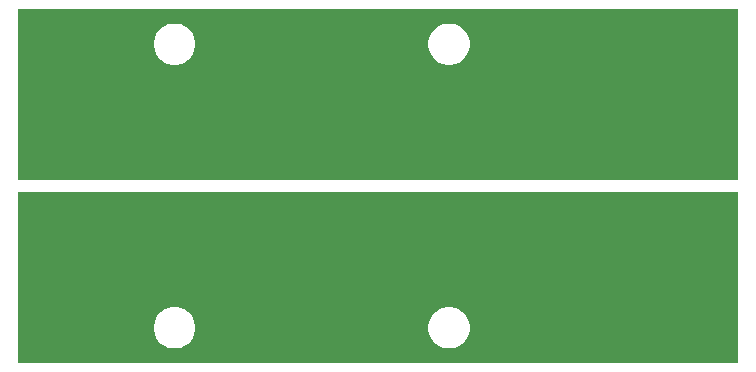
<source format=gbr>
%TF.GenerationSoftware,Altium Limited,Altium Designer,23.7.1 (13)*%
G04 Layer_Physical_Order=2*
G04 Layer_Color=16711680*
%FSLAX45Y45*%
%MOMM*%
%TF.SameCoordinates,30466DDA-3D0C-41F1-AC50-7AA24E5CAA7F*%
%TF.FilePolarity,Positive*%
%TF.FileFunction,Copper,L2,Bot,Signal*%
%TF.Part,Single*%
G01*
G75*
%TA.AperFunction,Conductor*%
%ADD10C,1.50000*%
%TA.AperFunction,ComponentPad*%
%ADD11R,5.50000X5.50000*%
%ADD12C,2.00000*%
%TA.AperFunction,ViaPad*%
%ADD13C,1.27000*%
G36*
X6100000Y0D02*
X0D01*
Y1450000D01*
X6100000D01*
Y0D01*
D02*
G37*
G36*
Y1550000D02*
X0D01*
Y3000000D01*
X6100000D01*
Y1550000D01*
D02*
G37*
%LPC*%
G36*
X3667275Y475400D02*
X3632725D01*
X3598838Y468659D01*
X3566917Y455437D01*
X3538189Y436242D01*
X3513758Y411811D01*
X3494563Y383083D01*
X3481341Y351162D01*
X3474600Y317275D01*
Y282725D01*
X3481341Y248838D01*
X3494563Y216917D01*
X3513758Y188189D01*
X3538189Y163758D01*
X3566917Y144563D01*
X3598838Y131341D01*
X3632725Y124600D01*
X3667275D01*
X3701162Y131341D01*
X3733083Y144563D01*
X3761811Y163758D01*
X3786242Y188189D01*
X3805437Y216917D01*
X3818659Y248838D01*
X3825400Y282725D01*
Y317275D01*
X3818659Y351162D01*
X3805437Y383083D01*
X3786242Y411811D01*
X3761811Y436242D01*
X3733083Y455437D01*
X3701162Y468659D01*
X3667275Y475400D01*
D02*
G37*
G36*
X1342275D02*
X1307725D01*
X1273838Y468659D01*
X1241917Y455437D01*
X1213189Y436242D01*
X1188758Y411811D01*
X1169563Y383083D01*
X1156341Y351162D01*
X1149600Y317275D01*
Y282725D01*
X1156341Y248838D01*
X1169563Y216917D01*
X1188758Y188189D01*
X1213189Y163758D01*
X1241917Y144563D01*
X1273838Y131341D01*
X1307725Y124600D01*
X1342275D01*
X1376162Y131341D01*
X1408083Y144563D01*
X1436811Y163758D01*
X1461242Y188189D01*
X1480437Y216917D01*
X1493659Y248838D01*
X1500400Y282725D01*
Y317275D01*
X1493659Y351162D01*
X1480437Y383083D01*
X1461242Y411811D01*
X1436811Y436242D01*
X1408083Y455437D01*
X1376162Y468659D01*
X1342275Y475400D01*
D02*
G37*
G36*
X3667275Y2875400D02*
X3632725D01*
X3598838Y2868659D01*
X3566917Y2855437D01*
X3538189Y2836242D01*
X3513758Y2811811D01*
X3494563Y2783083D01*
X3481341Y2751162D01*
X3474600Y2717275D01*
Y2682725D01*
X3481341Y2648838D01*
X3494563Y2616917D01*
X3513758Y2588189D01*
X3538189Y2563758D01*
X3566917Y2544563D01*
X3598838Y2531341D01*
X3632725Y2524600D01*
X3667275D01*
X3701162Y2531341D01*
X3733083Y2544563D01*
X3761811Y2563758D01*
X3786242Y2588189D01*
X3805437Y2616917D01*
X3818659Y2648838D01*
X3825400Y2682725D01*
Y2717275D01*
X3818659Y2751162D01*
X3805437Y2783083D01*
X3786242Y2811811D01*
X3761811Y2836242D01*
X3733083Y2855437D01*
X3701162Y2868659D01*
X3667275Y2875400D01*
D02*
G37*
G36*
X1342275D02*
X1307725D01*
X1273838Y2868659D01*
X1241917Y2855437D01*
X1213189Y2836242D01*
X1188758Y2811811D01*
X1169563Y2783083D01*
X1156341Y2751162D01*
X1149600Y2717275D01*
Y2682725D01*
X1156341Y2648838D01*
X1169563Y2616917D01*
X1188758Y2588189D01*
X1213189Y2563758D01*
X1241917Y2544563D01*
X1273838Y2531341D01*
X1307725Y2524600D01*
X1342275D01*
X1376162Y2531341D01*
X1408083Y2544563D01*
X1436811Y2563758D01*
X1461242Y2588189D01*
X1480437Y2616917D01*
X1493659Y2648838D01*
X1500400Y2682725D01*
Y2717275D01*
X1493659Y2751162D01*
X1480437Y2783083D01*
X1461242Y2811811D01*
X1436811Y2836242D01*
X1408083Y2855437D01*
X1376162Y2868659D01*
X1342275Y2875400D01*
D02*
G37*
%LPD*%
D10*
X2500000Y1750000D02*
X4100000D01*
X1300000D02*
X2500000D01*
X4100000D02*
X4280000D01*
X4100000Y1250000D02*
X4290000D01*
X1325000D02*
X2525000D01*
X3650000D01*
X4280000Y1750000D02*
X4390000Y1860000D01*
X5400000D01*
X4400000Y1140000D02*
X5400000D01*
X4290000Y1250000D02*
X4400000Y1140000D01*
X3650000Y1250000D02*
X4100000D01*
D11*
X5401170Y1140000D02*
D03*
Y1860000D02*
D03*
D12*
X500000Y1750000D02*
D03*
Y1250000D02*
D03*
X4100000Y1750000D02*
D03*
Y1250000D02*
D03*
X2300000Y1750000D02*
D03*
Y1250000D02*
D03*
D13*
X5900000Y2750000D02*
D03*
X5750000Y2450000D02*
D03*
X5900000Y2150000D02*
D03*
X5750000Y1850000D02*
D03*
X5600000Y2750000D02*
D03*
X5450000Y2450000D02*
D03*
X5600000Y2150000D02*
D03*
X5450000Y1850000D02*
D03*
X5300000Y2750000D02*
D03*
X5150000Y2450000D02*
D03*
X5300000Y2150000D02*
D03*
X5150000Y1850000D02*
D03*
X5000000Y2750000D02*
D03*
X4850000Y2450000D02*
D03*
X5000000Y2150000D02*
D03*
X4850000Y1850000D02*
D03*
X4700000Y2750000D02*
D03*
X4550000Y2450000D02*
D03*
X4700000Y2150000D02*
D03*
X4550000Y1850000D02*
D03*
X4400000Y2750000D02*
D03*
X4250000Y2450000D02*
D03*
X4400000Y2150000D02*
D03*
X4250000Y1850000D02*
D03*
X4100000Y2750000D02*
D03*
X3950000Y2450000D02*
D03*
X4100000Y2150000D02*
D03*
X3950000Y1850000D02*
D03*
X3650001Y2450000D02*
D03*
X3800001Y2150000D02*
D03*
X3650001Y1850000D02*
D03*
X3350001Y2450000D02*
D03*
X3500001Y2150000D02*
D03*
X3350001Y1850000D02*
D03*
X3200001Y2750000D02*
D03*
X3050001Y2450000D02*
D03*
X3200001Y2150000D02*
D03*
X3050001Y1850000D02*
D03*
X2900001Y2750000D02*
D03*
X2750001Y2450000D02*
D03*
X2900001Y2150000D02*
D03*
X2750001Y1850000D02*
D03*
X2600001Y2750000D02*
D03*
X2450001Y2450000D02*
D03*
X2600001Y2150000D02*
D03*
X2450001Y1850000D02*
D03*
X2300001Y2750000D02*
D03*
X2150001Y2450000D02*
D03*
X2300001Y2150000D02*
D03*
X2150001Y1850000D02*
D03*
X2000001Y2750000D02*
D03*
X1850001Y2450000D02*
D03*
X2000001Y2150000D02*
D03*
X1850001Y1850000D02*
D03*
X1700001Y2750000D02*
D03*
X1550001Y2450000D02*
D03*
X1700001Y2150000D02*
D03*
X1550001Y1850000D02*
D03*
X1250001Y2450000D02*
D03*
X1400001Y2150000D02*
D03*
X1250001Y1850000D02*
D03*
X950001Y2450000D02*
D03*
X1100001Y2150000D02*
D03*
X950001Y1850000D02*
D03*
X800001Y2750000D02*
D03*
X650001Y2450000D02*
D03*
X800001Y2150000D02*
D03*
X650001Y1850000D02*
D03*
X500002Y2750000D02*
D03*
X350002Y2450000D02*
D03*
X500002Y2150000D02*
D03*
X350002Y1850000D02*
D03*
X200002Y2750000D02*
D03*
Y2150000D02*
D03*
X5749999Y1175000D02*
D03*
X5899999Y875000D02*
D03*
X5749999Y575000D02*
D03*
X5899999Y275000D02*
D03*
X5450000Y1175000D02*
D03*
X5599999Y875000D02*
D03*
X5450000Y575000D02*
D03*
X5599999Y275000D02*
D03*
X5150000Y1175000D02*
D03*
X5300000Y875000D02*
D03*
X5150000Y575000D02*
D03*
X5300000Y275000D02*
D03*
X4850000Y1175000D02*
D03*
X5000000Y875000D02*
D03*
X4850000Y575000D02*
D03*
X5000000Y275000D02*
D03*
X4550000Y1175000D02*
D03*
X4700000Y875000D02*
D03*
X4550000Y575000D02*
D03*
X4700000Y275000D02*
D03*
X4250000Y1175000D02*
D03*
X4400000Y875000D02*
D03*
X4250000Y575000D02*
D03*
X4400000Y275000D02*
D03*
X3950000Y1175000D02*
D03*
X4100000Y875000D02*
D03*
X3950000Y575000D02*
D03*
X4100000Y275000D02*
D03*
X3650000Y1175000D02*
D03*
X3800000Y875000D02*
D03*
X3650000Y575000D02*
D03*
X3350000Y1175000D02*
D03*
X3500000Y875000D02*
D03*
X3350000Y575000D02*
D03*
X3050000Y1175000D02*
D03*
X3200000Y875000D02*
D03*
X3050000Y575000D02*
D03*
X3200000Y275000D02*
D03*
X2750000Y1175000D02*
D03*
X2900000Y875000D02*
D03*
X2750000Y575000D02*
D03*
X2900000Y275000D02*
D03*
X2450000Y1175000D02*
D03*
X2600000Y875000D02*
D03*
X2450000Y575000D02*
D03*
X2600000Y275000D02*
D03*
X2150001Y1175000D02*
D03*
X2300000Y875000D02*
D03*
X2150001Y575000D02*
D03*
X2300000Y275000D02*
D03*
X1850001Y1175000D02*
D03*
X2000001Y875000D02*
D03*
X1850001Y575000D02*
D03*
X2000001Y275000D02*
D03*
X1550001Y1175000D02*
D03*
X1700001Y875000D02*
D03*
X1550001Y575000D02*
D03*
X1700001Y275000D02*
D03*
X1250001Y1175000D02*
D03*
X1400001Y875000D02*
D03*
X1250001Y575000D02*
D03*
X950001Y1175000D02*
D03*
X1100001Y875000D02*
D03*
X950001Y575000D02*
D03*
X650001Y1175000D02*
D03*
X800001Y875000D02*
D03*
X650001Y575000D02*
D03*
X800001Y275000D02*
D03*
X350001Y1175000D02*
D03*
X500001Y875000D02*
D03*
X350001Y575000D02*
D03*
X500001Y275000D02*
D03*
%TF.MD5,738779dc6372f132a95c8668bf67f34d*%
M02*

</source>
